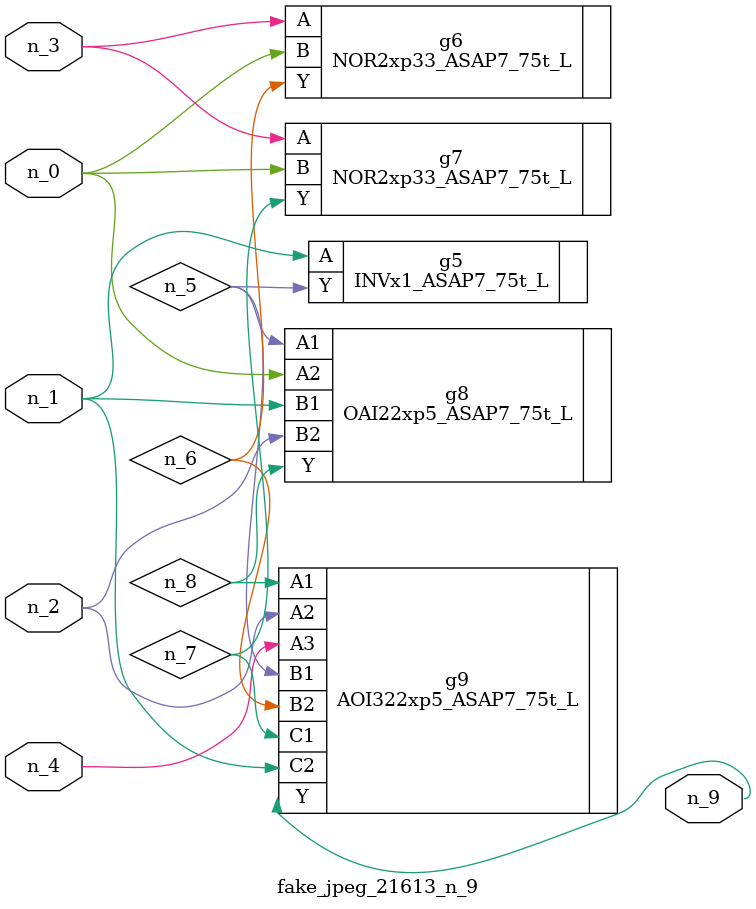
<source format=v>
module fake_jpeg_21613_n_9 (n_3, n_2, n_1, n_0, n_4, n_9);

input n_3;
input n_2;
input n_1;
input n_0;
input n_4;

output n_9;

wire n_8;
wire n_6;
wire n_5;
wire n_7;

INVx1_ASAP7_75t_L g5 ( 
.A(n_1),
.Y(n_5)
);

NOR2xp33_ASAP7_75t_L g6 ( 
.A(n_3),
.B(n_0),
.Y(n_6)
);

NOR2xp33_ASAP7_75t_L g7 ( 
.A(n_3),
.B(n_0),
.Y(n_7)
);

OAI22xp5_ASAP7_75t_L g8 ( 
.A1(n_5),
.A2(n_0),
.B1(n_1),
.B2(n_2),
.Y(n_8)
);

AOI322xp5_ASAP7_75t_L g9 ( 
.A1(n_8),
.A2(n_2),
.A3(n_4),
.B1(n_5),
.B2(n_6),
.C1(n_7),
.C2(n_1),
.Y(n_9)
);


endmodule
</source>
